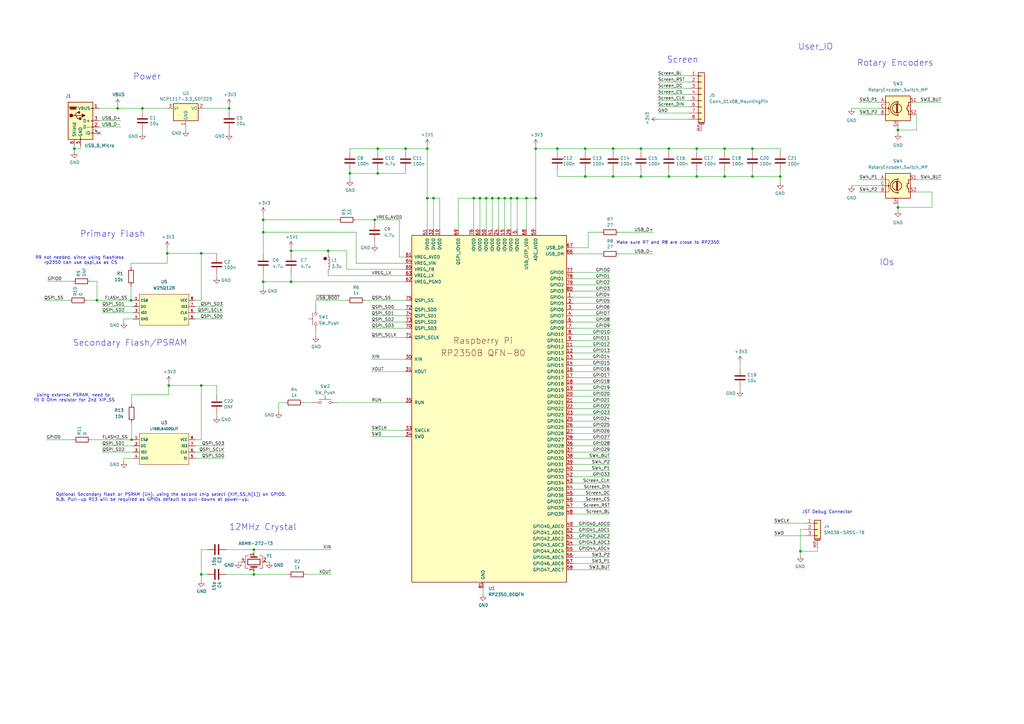
<source format=kicad_sch>
(kicad_sch (version 20250114) (generator "eeschema") (generator_version "9.0")
  (paper "A3")
  (title_block (title "RP2350B QFN80 Board w/ Screen and Rotary Encoders") (date "2025-08-23") (rev "REV1") (company "Kirill Kobyakov"))
  (circle (center 133.35 106.045) (radius 0.635) (stroke (width 0) (color 132 0 0 1)) (fill (type color) (color 132 0 0 1)))
  (text "Optional Secondary flash or PSRAM (U4), using the second chip select (XIP_SS_N[1]) on GPIO0.\nN.B. Pull-up R13 will be required as GPIOs default to pull-downs at power-up." (at 22.86 205.74 0) (effects (font (size 1.27 1.27)) (justify left bottom)))
  (text "IOs" (at 360.68 109.22 0) (effects (font (size 2.54 2.54)) (justify left bottom)))
  (text "Rotary Encoders" (at 351.4594 27.3936 0) (effects (font (size 2.54 2.54)) (justify left bottom)))
  (text "R9 not needed, since using flashless \nrp2350 can use qspi_ss as CS\n" (at 33.1165 106.7761 0) (effects (font (size 1.27 1.27))))
  (text "12MHz Crystal" (at 93.98 217.805 0) (effects (font (size 2.54 2.54)) (justify left bottom)))
  (text "Primary Flash" (at 32.7866 97.5684 0) (effects (font (size 2.54 2.54)) (justify left bottom)))
  (text "JST Debug Connector" (at 328.93 210.82 0) (effects (font (size 1.27 1.27)) (justify left bottom)))
  (text "Make sure R7 and R8 are close to RP2350\n" (at 252.73 100.33 0) (effects (font (size 1.27 1.27)) (justify left bottom)))
  (text "Secondary Flash/PSRAM" (at 29.845 142.24 0) (effects (font (size 2.54 2.54)) (justify left bottom)))
  (text "Screen" (at 273.4439 26.0983 0) (effects (font (size 2.54 2.54)) (justify left bottom)))
  (text "User_IO\n" (at 327.2859 20.7446 0) (effects (font (size 2.54 2.54)) (justify left bottom)))
  (text "Power" (at 54.61 33.02 0) (effects (font (size 2.54 2.54)) (justify left bottom)))
  (text "Using external PSRAM, need to \nfit 0 Ohm resistor for 2nd XIP_SS" (at 30.48 163.195 0) (effects (font (size 1.27 1.27))))
  (junction (at 119.38 115.57))
  (junction (at 297.18 60.96))
  (junction (at 107.95 115.57))
  (junction (at 219.71 81.28))
  (junction (at 194.31 81.28))
  (junction (at 320.04 72.39))
  (junction (at 175.26 81.28))
  (junction (at 154.94 71.12))
  (junction (at 219.71 60.96))
  (junction (at 368.3 85.09))
  (junction (at 196.85 81.28))
  (junction (at 48.26 44.45))
  (junction (at 368.3 53.34))
  (junction (at 30.48 60.96))
  (junction (at 82.55 235.585))
  (junction (at 69.215 158.115))
  (junction (at 251.46 72.39))
  (junction (at 262.89 72.39))
  (junction (at 209.55 81.28))
  (junction (at 154.94 60.96))
  (junction (at 207.01 81.28))
  (junction (at 228.6 60.96))
  (junction (at 308.61 72.39))
  (junction (at 53.975 180.34))
  (junction (at 107.95 90.17))
  (junction (at 82.55 158.115))
  (junction (at 68.58 103.9184))
  (junction (at 285.75 72.39))
  (junction (at 204.47 81.28))
  (junction (at 240.03 60.96))
  (junction (at 199.39 81.28))
  (junction (at 262.89 60.96))
  (junction (at 153.67 90.17))
  (junction (at 175.26 60.96))
  (junction (at 212.09 81.28))
  (junction (at 297.18 72.39))
  (junction (at 308.61 60.96))
  (junction (at 104.14 225.425))
  (junction (at 58.42 44.45))
  (junction (at 166.37 60.96))
  (junction (at 240.03 72.39))
  (junction (at 104.14 235.585))
  (junction (at 274.32 60.96))
  (junction (at 134.62 102.87))
  (junction (at 274.32 72.39))
  (junction (at 39.7716 123.19))
  (junction (at 177.8 81.28))
  (junction (at 285.75 60.96))
  (junction (at 215.9 81.28))
  (junction (at 82.55 103.9184))
  (junction (at 53.7416 123.19))
  (junction (at 119.38 102.87))
  (junction (at 93.98 44.45))
  (junction (at 328.295 226.06))
  (junction (at 251.46 60.96))
  (junction (at 201.93 81.28))
  (junction (at 143.51 71.12))
  (junction (at 107.95 95.25))
  (no_connect (at 40.64 54.61))
  (wire (pts (xy 234.95 139.7) (xy 250.19 139.7)))
  (wire (pts (xy 107.95 111.76) (xy 107.95 115.57)))
  (wire (pts (xy 375.92 46.99) (xy 375.92 53.34)))
  (wire (pts (xy 234.95 132.08) (xy 250.19 132.08)))
  (wire (pts (xy 154.94 60.96) (xy 166.37 60.96)))
  (wire (pts (xy 107.95 95.25) (xy 146.05 95.25)))
  (wire (pts (xy 93.98 44.45) (xy 93.98 43.18)))
  (wire (pts (xy 330.2 217.17) (xy 328.295 217.17)))
  (wire (pts (xy 274.32 62.23) (xy 274.32 60.96)))
  (wire (pts (xy 274.32 69.85) (xy 274.32 72.39)))
  (wire (pts (xy 234.95 129.54) (xy 250.19 129.54)))
  (wire (pts (xy 368.3 85.09) (xy 368.3 86.36)))
  (wire (pts (xy 107.95 115.57) (xy 107.95 118.11)))
  (wire (pts (xy 228.6 60.96) (xy 240.03 60.96)))
  (wire (pts (xy 53.975 161.925) (xy 53.975 165.735)))
  (wire (pts (xy 207.01 81.28) (xy 209.55 81.28)))
  (wire (pts (xy 154.94 62.23) (xy 154.94 60.96)))
  (wire (pts (xy 166.37 138.43) (xy 152.4 138.43)))
  (wire (pts (xy 352.425 78.74) (xy 360.68 78.74)))
  (wire (pts (xy 154.94 71.12) (xy 166.37 71.12)))
  (wire (pts (xy 35.809 123.19) (xy 39.7716 123.19)))
  (wire (pts (xy 30.48 59.69) (xy 30.48 60.96)))
  (wire (pts (xy 88.9 158.115) (xy 82.55 158.115)))
  (wire (pts (xy 382.27 78.74) (xy 382.27 85.09)))
  (wire (pts (xy 143.51 69.85) (xy 143.51 71.12)))
  (wire (pts (xy 368.3 53.34) (xy 375.92 53.34)))
  (wire (pts (xy 48.26 43.18) (xy 48.26 44.45)))
  (wire (pts (xy 234.95 101.6) (xy 241.3 101.6)))
  (wire (pts (xy 80.01 182.88) (xy 92.075 182.88)))
  (wire (pts (xy 234.95 233.68) (xy 250.19 233.68)))
  (wire (pts (xy 368.3 53.34) (xy 368.3 54.61)))
  (wire (pts (xy 234.95 231.14) (xy 250.19 231.14)))
  (wire (pts (xy 285.75 62.23) (xy 285.75 60.96)))
  (wire (pts (xy 166.37 176.53) (xy 152.4 176.53)))
  (wire (pts (xy 352.425 46.99) (xy 360.68 46.99)))
  (wire (pts (xy 234.95 218.44) (xy 250.19 218.44)))
  (wire (pts (xy 92.71 235.585) (xy 104.14 235.585)))
  (wire (pts (xy 142.24 102.87) (xy 134.62 102.87)))
  (wire (pts (xy 262.89 62.23) (xy 262.89 60.96)))
  (wire (pts (xy 146.05 90.17) (xy 153.67 90.17)))
  (wire (pts (xy 107.95 90.17) (xy 138.43 90.17)))
  (wire (pts (xy 262.89 69.85) (xy 262.89 72.39)))
  (wire (pts (xy 153.67 90.17) (xy 163.83 90.17)))
  (wire (pts (xy 234.95 111.76) (xy 250.19 111.76)))
  (wire (pts (xy 234.95 198.12) (xy 250.19 198.12)))
  (wire (pts (xy 199.39 93.98) (xy 199.39 81.28)))
  (wire (pts (xy 33.02 59.69) (xy 33.02 60.96)))
  (wire (pts (xy 234.95 185.42) (xy 250.19 185.42)))
  (wire (pts (xy 219.71 81.28) (xy 219.71 93.98)))
  (wire (pts (xy 129.54 123.19) (xy 129.54 125.73)))
  (wire (pts (xy 212.09 81.28) (xy 212.09 93.98)))
  (wire (pts (xy 53.7416 117.2534) (xy 53.7416 123.19)))
  (wire (pts (xy 328.295 226.06) (xy 328.295 227.965)))
  (wire (pts (xy 187.96 93.98) (xy 187.96 81.28)))
  (wire (pts (xy 19.4516 115.3484) (xy 29.6116 115.3484)))
  (wire (pts (xy 297.18 60.96) (xy 308.61 60.96)))
  (wire (pts (xy 308.61 72.39) (xy 297.18 72.39)))
  (wire (pts (xy 282.575 38.735) (xy 269.8595 38.735)))
  (wire (pts (xy 201.93 81.28) (xy 204.47 81.28)))
  (wire (pts (xy 40.64 52.07) (xy 49.53 52.07)))
  (wire (pts (xy 234.95 160.02) (xy 250.19 160.02)))
  (wire (pts (xy 274.32 72.39) (xy 262.89 72.39)))
  (wire (pts (xy 308.61 69.85) (xy 308.61 72.39)))
  (wire (pts (xy 175.26 60.96) (xy 175.26 81.28)))
  (wire (pts (xy 196.85 81.28) (xy 199.39 81.28)))
  (wire (pts (xy 146.05 95.25) (xy 146.05 107.95)))
  (wire (pts (xy 53.975 161.925) (xy 69.215 161.925)))
  (wire (pts (xy 234.95 142.24) (xy 250.19 142.24)))
  (wire (pts (xy 201.93 93.98) (xy 201.93 81.28)))
  (wire (pts (xy 109.22 230.505) (xy 110.49 230.505)))
  (wire (pts (xy 199.39 81.28) (xy 201.93 81.28)))
  (wire (pts (xy 58.42 45.72) (xy 58.42 44.45)))
  (wire (pts (xy 234.95 180.34) (xy 250.19 180.34)))
  (wire (pts (xy 54.61 182.88) (xy 41.91 182.88)))
  (wire (pts (xy 116.84 165.1) (xy 114.3 165.1)))
  (wire (pts (xy 274.32 60.96) (xy 285.75 60.96)))
  (wire (pts (xy 240.03 60.96) (xy 251.46 60.96)))
  (wire (pts (xy 107.95 115.57) (xy 119.38 115.57)))
  (wire (pts (xy 234.95 157.48) (xy 250.19 157.48)))
  (wire (pts (xy 134.62 113.03) (xy 166.37 113.03)))
  (wire (pts (xy 240.03 69.85) (xy 240.03 72.39)))
  (wire (pts (xy 80.01 125.73) (xy 91.44 125.73)))
  (wire (pts (xy 85.09 235.585) (xy 82.55 235.585)))
  (wire (pts (xy 234.95 134.62) (xy 250.19 134.62)))
  (wire (pts (xy 234.95 182.88) (xy 250.19 182.88)))
  (wire (pts (xy 119.38 101.6) (xy 119.38 102.87)))
  (wire (pts (xy 149.86 123.19) (xy 166.37 123.19)))
  (wire (pts (xy 143.51 62.23) (xy 143.51 60.96)))
  (wire (pts (xy 153.67 100.33) (xy 153.67 99.06)))
  (wire (pts (xy 134.62 113.03) (xy 134.62 111.76)))
  (wire (pts (xy 53.7416 109.6334) (xy 53.7416 107.95)))
  (wire (pts (xy 50.8 187.96) (xy 54.61 187.96)))
  (wire (pts (xy 352.425 41.91) (xy 360.68 41.91)))
  (wire (pts (xy 153.67 90.17) (xy 153.67 91.44)))
  (wire (pts (xy 282.575 36.195) (xy 269.8595 36.195)))
  (wire (pts (xy 209.55 81.28) (xy 212.09 81.28)))
  (wire (pts (xy 234.95 193.04) (xy 250.19 193.04)))
  (wire (pts (xy 82.55 235.585) (xy 82.55 238.125)))
  (wire (pts (xy 234.95 154.94) (xy 250.19 154.94)))
  (wire (pts (xy 254 104.14) (xy 267.97 104.14)))
  (wire (pts (xy 175.26 81.28) (xy 175.26 93.98)))
  (wire (pts (xy 142.24 110.49) (xy 142.24 102.87)))
  (wire (pts (xy 234.95 203.2) (xy 250.19 203.2)))
  (wire (pts (xy 97.79 230.505) (xy 99.06 230.505)))
  (wire (pts (xy 234.95 215.9) (xy 250.19 215.9)))
  (wire (pts (xy 234.95 116.84) (xy 250.19 116.84)))
  (wire (pts (xy 375.92 73.66) (xy 386.08 73.66)))
  (wire (pts (xy 234.95 175.26) (xy 250.19 175.26)))
  (wire (pts (xy 37.2316 115.3484) (xy 39.7716 115.3484)))
  (wire (pts (xy 234.95 124.46) (xy 250.19 124.46)))
  (wire (pts (xy 82.55 158.115) (xy 82.55 180.34)))
  (wire (pts (xy 48.26 44.45) (xy 58.42 44.45)))
  (wire (pts (xy 82.55 123.19) (xy 82.55 103.9184)))
  (wire (pts (xy 282.575 46.355) (xy 269.8595 46.355)))
  (wire (pts (xy 92.075 185.42) (xy 80.01 185.42)))
  (wire (pts (xy 368.3 83.82) (xy 368.3 85.09)))
  (wire (pts (xy 143.51 71.12) (xy 143.51 73.66)))
  (wire (pts (xy 204.47 81.28) (xy 207.01 81.28)))
  (wire (pts (xy 234.95 127) (xy 250.19 127)))
  (wire (pts (xy 83.82 44.45) (xy 93.98 44.45)))
  (wire (pts (xy 154.94 69.85) (xy 154.94 71.12)))
  (wire (pts (xy 308.61 60.96) (xy 320.04 60.96)))
  (wire (pts (xy 251.46 62.23) (xy 251.46 60.96)))
  (wire (pts (xy 68.58 103.9184) (xy 68.58 107.95)))
  (wire (pts (xy 92.71 225.425) (xy 104.14 225.425)))
  (wire (pts (xy 54.61 128.27) (xy 41.91 128.27)))
  (wire (pts (xy 152.4 147.32) (xy 166.37 147.32)))
  (wire (pts (xy 198.12 241.3) (xy 198.12 243.84)))
  (wire (pts (xy 152.4 132.08) (xy 166.37 132.08)))
  (wire (pts (xy 82.55 225.425) (xy 82.55 235.585)))
  (wire (pts (xy 58.42 53.34) (xy 58.42 54.61)))
  (wire (pts (xy 180.34 81.28) (xy 180.34 93.98)))
  (wire (pts (xy 194.31 93.98) (xy 194.31 81.28)))
  (wire (pts (xy 143.51 60.96) (xy 154.94 60.96)))
  (wire (pts (xy 234.95 152.4) (xy 250.19 152.4)))
  (wire (pts (xy 91.44 128.27) (xy 80.01 128.27)))
  (wire (pts (xy 68.58 103.9184) (xy 82.55 103.9184)))
  (wire (pts (xy 234.95 190.5) (xy 250.19 190.5)))
  (wire (pts (xy 282.575 31.115) (xy 269.8595 31.115)))
  (wire (pts (xy 320.04 62.23) (xy 320.04 60.96)))
  (wire (pts (xy 152.4 127) (xy 166.37 127)))
  (wire (pts (xy 68.58 101.6) (xy 68.58 103.9184)))
  (wire (pts (xy 241.3 95.25) (xy 241.3 101.6)))
  (wire (pts (xy 39.7716 123.19) (xy 53.7416 123.19)))
  (wire (pts (xy 50.8 187.96) (xy 50.8 189.23)))
  (wire (pts (xy 297.18 69.85) (xy 297.18 72.39)))
  (wire (pts (xy 219.71 59.69) (xy 219.71 60.96)))
  (wire (pts (xy 297.18 62.23) (xy 297.18 60.96)))
  (wire (pts (xy 152.4 129.54) (xy 166.37 129.54)))
  (wire (pts (xy 282.575 43.815) (xy 269.8595 43.815)))
  (wire (pts (xy 69.215 158.115) (xy 69.215 161.925)))
  (wire (pts (xy 152.4 134.62) (xy 166.37 134.62)))
  (wire (pts (xy 104.14 234.315) (xy 104.14 235.585)))
  (wire (pts (xy 308.61 62.23) (xy 308.61 60.96)))
  (wire (pts (xy 335.28 224.79) (xy 335.28 226.06)))
  (wire (pts (xy 251.46 60.96) (xy 262.89 60.96)))
  (wire (pts (xy 124.46 165.1) (xy 128.27 165.1)))
  (wire (pts (xy 82.55 123.19) (xy 80.01 123.19)))
  (wire (pts (xy 320.04 72.39) (xy 308.61 72.39)))
  (wire (pts (xy 88.9 104.775) (xy 88.9 103.9184)))
  (wire (pts (xy 234.95 170.18) (xy 250.19 170.18)))
  (wire (pts (xy 303.53 148.59) (xy 303.53 151.13)))
  (wire (pts (xy 166.37 60.96) (xy 175.26 60.96)))
  (wire (pts (xy 53.7416 107.95) (xy 68.58 107.95)))
  (wire (pts (xy 285.75 60.96) (xy 297.18 60.96)))
  (wire (pts (xy 368.3 52.07) (xy 368.3 53.34)))
  (wire (pts (xy 119.38 115.57) (xy 166.37 115.57)))
  (wire (pts (xy 50.8 130.81) (xy 54.61 130.81)))
  (wire (pts (xy 297.18 72.39) (xy 285.75 72.39)))
  (wire (pts (xy 234.95 220.98) (xy 250.19 220.98)))
  (wire (pts (xy 219.71 60.96) (xy 228.6 60.96)))
  (wire (pts (xy 119.38 111.76) (xy 119.38 115.57)))
  (wire (pts (xy 33.02 60.96) (xy 30.48 60.96)))
  (wire (pts (xy 163.83 90.17) (xy 163.83 105.41)))
  (wire (pts (xy 285.75 69.85) (xy 285.75 72.39)))
  (wire (pts (xy 53.975 173.355) (xy 53.975 180.34)))
  (wire (pts (xy 166.37 179.07) (xy 152.4 179.07)))
  (wire (pts (xy 82.55 158.115) (xy 69.215 158.115)))
  (wire (pts (xy 328.295 217.17) (xy 328.295 226.06)))
  (wire (pts (xy 241.3 95.25) (xy 246.38 95.25)))
  (wire (pts (xy 349.25 76.2) (xy 360.68 76.2)))
  (wire (pts (xy 282.575 41.275) (xy 269.8595 41.275)))
  (wire (pts (xy 234.95 223.52) (xy 250.19 223.52)))
  (wire (pts (xy 234.95 162.56) (xy 250.19 162.56)))
  (wire (pts (xy 142.24 123.19) (xy 129.54 123.19)))
  (wire (pts (xy 19.05 180.34) (xy 29.845 180.34)))
  (wire (pts (xy 177.8 81.28) (xy 180.34 81.28)))
  (wire (pts (xy 104.14 235.585) (xy 118.11 235.585)))
  (wire (pts (xy 317.5 214.63) (xy 330.2 214.63)))
  (wire (pts (xy 69.215 156.845) (xy 69.215 158.115)))
  (wire (pts (xy 163.83 105.41) (xy 166.37 105.41)))
  (wire (pts (xy 196.85 93.98) (xy 196.85 81.28)))
  (wire (pts (xy 129.54 135.89) (xy 129.54 137.795)))
  (wire (pts (xy 269.875 48.895) (xy 282.575 48.895)))
  (wire (pts (xy 251.46 69.85) (xy 251.46 72.39)))
  (wire (pts (xy 85.09 225.425) (xy 82.55 225.425)))
  (wire (pts (xy 234.95 210.82) (xy 250.19 210.82)))
  (wire (pts (xy 328.295 226.06) (xy 335.28 226.06)))
  (wire (pts (xy 39.7716 115.3484) (xy 39.7716 123.19)))
  (wire (pts (xy 254 95.25) (xy 267.97 95.25)))
  (wire (pts (xy 234.95 172.72) (xy 250.19 172.72)))
  (wire (pts (xy 209.55 93.98) (xy 209.55 81.28)))
  (wire (pts (xy 175.26 59.69) (xy 175.26 60.96)))
  (wire (pts (xy 107.95 90.17) (xy 107.95 95.25)))
  (wire (pts (xy 234.95 167.64) (xy 250.19 167.64)))
  (wire (pts (xy 119.38 102.87) (xy 134.62 102.87)))
  (wire (pts (xy 215.9 93.98) (xy 215.9 81.28)))
  (wire (pts (xy 320.04 72.39) (xy 320.04 74.93)))
  (wire (pts (xy 215.9 81.28) (xy 219.71 81.28)))
  (wire (pts (xy 212.09 81.28) (xy 215.9 81.28)))
  (wire (pts (xy 234.95 195.58) (xy 250.19 195.58)))
  (wire (pts (xy 251.46 72.39) (xy 240.03 72.39)))
  (wire (pts (xy 262.89 72.39) (xy 251.46 72.39)))
  (wire (pts (xy 104.14 225.425) (xy 135.89 225.425)))
  (wire (pts (xy 234.95 137.16) (xy 250.19 137.16)))
  (wire (pts (xy 18.0936 123.19) (xy 28.189 123.19)))
  (wire (pts (xy 107.95 87.63) (xy 107.95 90.17)))
  (wire (pts (xy 134.62 102.87) (xy 134.62 104.14)))
  (wire (pts (xy 194.31 81.28) (xy 196.85 81.28)))
  (wire (pts (xy 234.95 205.74) (xy 250.19 205.74)))
  (wire (pts (xy 204.47 93.98) (xy 204.47 81.28)))
  (wire (pts (xy 234.95 208.28) (xy 250.19 208.28)))
  (wire (pts (xy 53.975 180.34) (xy 54.61 180.34)))
  (wire (pts (xy 228.6 62.23) (xy 228.6 60.96)))
  (wire (pts (xy 76.2 52.07) (xy 76.2 53.34)))
  (wire (pts (xy 234.95 187.96) (xy 250.19 187.96)))
  (wire (pts (xy 234.95 177.8) (xy 250.19 177.8)))
  (wire (pts (xy 40.64 49.53) (xy 49.53 49.53)))
  (wire (pts (xy 166.37 62.23) (xy 166.37 60.96)))
  (wire (pts (xy 349.25 44.45) (xy 360.68 44.45)))
  (wire (pts (xy 234.95 119.38) (xy 250.19 119.38)))
  (wire (pts (xy 234.95 149.86) (xy 250.19 149.86)))
  (wire (pts (xy 234.95 165.1) (xy 250.19 165.1)))
  (wire (pts (xy 93.98 45.72) (xy 93.98 44.45)))
  (wire (pts (xy 285.75 72.39) (xy 274.32 72.39)))
  (wire (pts (xy 234.95 121.92) (xy 250.19 121.92)))
  (wire (pts (xy 143.51 71.12) (xy 154.94 71.12)))
  (wire (pts (xy 368.3 85.09) (xy 382.27 85.09)))
  (wire (pts (xy 187.96 81.28) (xy 194.31 81.28)))
  (wire (pts (xy 53.7416 123.19) (xy 54.61 123.19)))
  (wire (pts (xy 234.95 200.66) (xy 250.19 200.66)))
  (wire (pts (xy 82.55 103.9184) (xy 88.9 103.9184)))
  (wire (pts (xy 146.05 107.95) (xy 166.37 107.95)))
  (wire (pts (xy 40.64 44.45) (xy 48.26 44.45)))
  (wire (pts (xy 177.8 81.28) (xy 175.26 81.28)))
  (wire (pts (xy 68.58 44.45) (xy 58.42 44.45)))
  (wire (pts (xy 207.01 81.28) (xy 207.01 93.98)))
  (wire (pts (xy 166.37 110.49) (xy 142.24 110.49)))
  (wire (pts (xy 375.92 41.91) (xy 386.08 41.91)))
  (wire (pts (xy 88.9 161.925) (xy 88.9 158.115)))
  (wire (pts (xy 50.8 130.81) (xy 50.8 132.08)))
  (wire (pts (xy 317.5 219.71) (xy 330.2 219.71)))
  (wire (pts (xy 30.48 60.96) (xy 30.48 62.23)))
  (wire (pts (xy 93.98 53.34) (xy 93.98 54.61)))
  (wire (pts (xy 240.03 62.23) (xy 240.03 60.96)))
  (wire (pts (xy 88.9 169.545) (xy 88.9 170.815)))
  (wire (pts (xy 54.61 185.42) (xy 41.91 185.42)))
  (wire (pts (xy 234.95 104.14) (xy 246.38 104.14)))
  (wire (pts (xy 240.03 72.39) (xy 228.6 72.39)))
  (wire (pts (xy 114.3 165.1) (xy 114.3 168.91)))
  (wire (pts (xy 228.6 69.85) (xy 228.6 72.39)))
  (wire (pts (xy 104.14 226.695) (xy 104.14 225.425)))
  (wire (pts (xy 219.71 60.96) (xy 219.71 81.28)))
  (wire (pts (xy 119.38 104.14) (xy 119.38 102.87)))
  (wire (pts (xy 234.95 144.78) (xy 250.19 144.78)))
  (wire (pts (xy 234.95 114.3) (xy 250.19 114.3)))
  (wire (pts (xy 234.95 226.06) (xy 250.19 226.06)))
  (wire (pts (xy 80.01 180.34) (xy 82.55 180.34)))
  (wire (pts (xy 303.53 158.75) (xy 303.53 160.02)))
  (wire (pts (xy 125.73 235.585) (xy 135.89 235.585)))
  (wire (pts (xy 352.425 73.66) (xy 360.68 73.66)))
  (wire (pts (xy 382.27 78.74) (xy 375.92 78.74)))
  (wire (pts (xy 234.95 228.6) (xy 250.19 228.6)))
  (wire (pts (xy 80.01 130.81) (xy 91.44 130.81)))
  (wire (pts (xy 80.01 187.96) (xy 92.075 187.96)))
  (wire (pts (xy 262.89 60.96) (xy 274.32 60.96)))
  (wire (pts (xy 166.37 152.4) (xy 152.4 152.4)))
  (wire (pts (xy 282.575 33.655) (xy 269.8595 33.655)))
  (wire (pts (xy 54.61 125.73) (xy 41.91 125.73)))
  (wire (pts (xy 166.37 71.12) (xy 166.37 69.85)))
  (wire (pts (xy 107.95 95.25) (xy 107.95 104.14)))
  (wire (pts (xy 177.8 93.98) (xy 177.8 81.28)))
  (wire (pts (xy 138.43 165.1) (xy 166.37 165.1)))
  (wire (pts (xy 320.04 69.85) (xy 320.04 72.39)))
  (wire (pts (xy 37.465 180.34) (xy 53.975 180.34)))
  (wire (pts (xy 88.9 112.395) (xy 88.9 113.665)))
  (wire (pts (xy 234.95 147.32) (xy 250.19 147.32)))
  (label "XIN" (at 152.4 147.32 0))
  (label "SW3_P2" (at 352.425 46.99 0))
  (label "USB_D+" (at 267.97 95.25 180))
  (label "GPIO33" (at 250.19 195.58 180))
  (label "GPIO40_ADC0" (at 250.19 215.9 180))
  (label "SW3_P2" (at 250.19 228.6 180))
  (label "SW3_BUT" (at 386.08 41.91 180))
  (label "Screen_DIN" (at 269.8595 43.815 0))
  (label "GPIO26" (at 250.19 177.8 180))
  (label "Screen_CLK" (at 250.19 198.12 180))
  (label "GPIO41_ADC1" (at 250.19 218.44 180))
  (label "Screen_CLK" (at 269.8595 41.275 0))
  (label "SW4_P2" (at 250.19 190.5 180))
  (label "XOUT" (at 152.4 152.4 0))
  (label "GPIO18" (at 250.19 157.48 180))
  (label "FLASH2_SS" (at 41.91 180.34 0))
  (label "~{USB_BOOT}" (at 129.54 123.19 0))
  (label "SW4_BUT" (at 250.19 187.96 180))
  (label "GPIO12" (at 250.19 142.24 180))
  (label "GPIO8" (at 250.19 132.08 180))
  (label "QSPI_SD2" (at 41.91 128.27 0))
  (label "Screen_BL" (at 250.19 210.82 180))
  (label "GPIO3" (at 250.19 119.38 180))
  (label "Screen_CS" (at 269.8595 38.735 0))
  (label "GPIO0" (at 19.4516 115.3484 0))
  (label "Screen_RST" (at 250.19 208.28 180))
  (label "GPIO13" (at 250.19 144.78 180))
  (label "GPIO2" (at 250.19 116.84 180))
  (label "GPIO28" (at 250.19 182.88 180))
  (label "XIN" (at 135.89 225.425 180))
  (label "RUN" (at 152.4 165.1 0))
  (label "GPIO16" (at 250.19 152.4 180))
  (label "SWD" (at 317.5 219.71 0))
  (label "Screen_DC" (at 269.8595 36.195 0))
  (label "QSPI_SD0" (at 152.4 127 0))
  (label "GPIO5" (at 250.19 124.46 180))
  (label "SW3_P1" (at 352.425 41.91 0))
  (label "QSPI_SD0" (at 91.44 130.81 180))
  (label "GPIO43_ADC3" (at 250.19 223.52 180))
  (label "QSPI_SS" (at 152.4 123.19 0))
  (label "GPIO27" (at 250.19 180.34 180))
  (label "SWCLK" (at 152.4 176.53 0))
  (label "GPIO1" (at 250.19 114.3 180))
  (label "GPIO21" (at 250.19 165.1 180))
  (label "QSPI_SD2" (at 41.91 185.42 0))
  (label "SW4_P1" (at 250.19 193.04 180))
  (label "SW3_BUT" (at 250.19 233.68 180))
  (label "GPIO29" (at 250.19 185.42 180))
  (label "GPIO20" (at 250.19 162.56 180))
  (label "GND" (at 269.8595 46.355 0))
  (label "GPIO7" (at 250.19 129.54 180))
  (label "Screen_RST" (at 269.8595 33.655 0))
  (label "QSPI_SD3" (at 91.44 125.73 180))
  (label "XOUT" (at 135.89 235.585 180))
  (label "GPIO17" (at 250.19 154.94 180))
  (label "SW4_P1" (at 352.425 73.66 0))
  (label "GPIO23" (at 250.19 170.18 180))
  (label "QSPI_SS" (at 18.0936 123.19 0))
  (label "QSPI_SD0" (at 92.075 187.96 180))
  (label "QSPI_SD2" (at 152.4 132.08 0))
  (label "SW4_BUT" (at 386.08 73.66 180))
  (label "FLASH_SS" (at 42.9466 123.19 0))
  (label "USB_D+" (at 49.53 49.53 180))
  (label "VREG_LX" (at 152.4 113.03 0))
  (label "GPIO6" (at 250.19 127 180))
  (label "GPIO25" (at 250.19 175.26 180))
  (label "GPIO42_ADC2" (at 250.19 220.98 180))
  (label "USB_D-" (at 267.97 104.14 180))
  (label "GPIO10" (at 250.19 137.16 180))
  (label "QSPI_SCLK" (at 92.075 185.42 180))
  (label "GPIO0" (at 250.19 111.76 180))
  (label "Screen_BL" (at 269.8595 31.115 0))
  (label "QSPI_SD1" (at 41.91 182.88 0))
  (label "GPIO14" (at 250.19 147.32 180))
  (label "VREG_AVDD" (at 154.305 90.17 0))
  (label "USB_D-" (at 49.53 52.07 180))
  (label "GPIO15" (at 250.19 149.86 180))
  (label "GPIO9" (at 250.19 134.62 180))
  (label "QSPI_SD1" (at 152.4 129.54 0))
  (label "SW4_P2" (at 352.425 78.74 0))
  (label "GPIO44_ADC4" (at 250.19 226.06 180))
  (label "SWCLK" (at 317.5 214.63 0))
  (label "QSPI_SD3" (at 92.075 182.88 180))
  (label "QSPI_SCLK" (at 152.4 138.43 0))
  (label "QSPI_SCLK" (at 91.44 128.27 180))
  (label "GPIO24" (at 250.19 172.72 180))
  (label "Screen_CS" (at 250.19 205.74 180))
  (label "SW3_P1" (at 250.19 231.14 180))
  (label "GPIO0" (at 19.05 180.34 0))
  (label "GPIO22" (at 250.19 167.64 180))
  (label "GPIO11" (at 250.19 139.7 180))
  (label "QSPI_SD1" (at 41.91 125.73 0))
  (label "SWD" (at 152.4 179.07 0))
  (label "GPIO4" (at 250.19 121.92 180))
  (label "Screen_DC" (at 250.19 203.2 180))
  (label "Screen_DIN" (at 250.19 200.66 180))
  (label "QSPI_SD3" (at 152.4 134.62 0))
  (label "GPIO19" (at 250.19 160.02 180))
  (symbol (lib_id "Device:C") (at 88.9 225.425 270) (unit 1)
    (property "Reference" "C3" (at 90.0684 228.346 0) (effects (justify left)))
    (property "Value" "15p" (at 87.757 228.346 0) (effects (justify left)))
    (property "Footprint" "Capacitor_SMD:C_0402_1005Metric" (effects (hide yes)))
  )
  (symbol (lib_id "Device:C") (at 88.9 235.585 270) (unit 1)
    (property "Reference" "C4" (at 90.0684 238.506 0) (effects (justify left)))
    (property "Value" "15p" (at 87.757 238.506 0) (effects (justify left)))
    (property "Footprint" "Capacitor_SMD:C_0402_1005Metric" (effects (hide yes)))
  )
  (symbol (lib_id "power:GND") (at 82.55 238.125 0) (unit 1)
    (property "Reference" "#PWR08" (effects (hide yes)))
    (property "Value" "GND" (at 82.677 242.5192 0))
  )
  (symbol (lib_id "power:+3V3") (at 68.58 101.6 0) (unit 1)
    (property "Reference" "#PWR04" (effects (hide yes)))
    (property "Value" "+3V3" (at 68.961 97.2058 0))
  )
  (symbol (lib_id "power:GND") (at 50.8 132.08 0) (unit 1)
    (property "Reference" "#PWR05" (effects (hide yes)))
    (property "Value" "GND" (at 46.99 133.35 0))
  )
  (symbol (lib_id "Device:R") (at 53.7416 113.4434 0) (mirror y) (unit 1)
    (property "Reference" "R1" (at 50.5666 112.1734 0) (effects (justify left)))
    (property "Value" "10k" (at 50.5666 114.7134 0) (effects (justify left)))
    (property "Footprint" "Resistor_SMD:R_0402_1005Metric" (effects (hide yes)))
  )
  (symbol (lib_id "Device:C") (at 88.9 108.585 0) (unit 1)
    (property "Reference" "C2" (at 91.821 107.4166 0) (effects (justify left)))
    (property "Value" "100n" (at 91.821 109.728 0) (effects (justify left)))
    (property "Footprint" "Capacitor_SMD:C_0402_1005Metric" (effects (hide yes)))
  )
  (symbol (lib_id "power:GND") (at 88.9 113.665 0) (unit 1)
    (property "Reference" "#PWR06" (effects (hide yes)))
    (property "Value" "GND" (at 92.71 114.935 0))
  )
  (symbol (lib_id "Connector:USB_B_Micro") (at 33.02 49.53 0) (unit 1)
    (property "Reference" "J1" (at 29.21 39.37 0) (effects (justify right)))
    (property "Value" "USB_B_Micro" (at 46.99 59.69 0) (effects (justify right)))
    (property "Footprint" "Connector_USB:USB_Micro-B_Amphenol_10103594-0001LF_Horizontal" (effects (hide yes)))
  )
  (symbol (lib_id "power:GND") (at 198.12 243.84 0) (unit 1)
    (property "Reference" "#PWR021" (effects (hide yes)))
    (property "Value" "GND" (at 198.247 248.2342 0))
  )
  (symbol (lib_id "Device:R") (at 250.19 95.25 270) (unit 1)
    (property "Reference" "R7" (at 250.19 89.9922 90))
    (property "Value" "27" (at 250.19 92.3036 90))
    (property "Footprint" "Resistor_SMD:R_0402_1005Metric" (effects (hide yes)))
  )
  (symbol (lib_id "Device:R") (at 250.19 104.14 270) (unit 1)
    (property "Reference" "R8" (at 250.19 98.8822 90))
    (property "Value" "27" (at 250.19 101.1936 90))
    (property "Footprint" "Resistor_SMD:R_0402_1005Metric" (effects (hide yes)))
  )
  (symbol (lib_id "power:GND") (at 30.48 62.23 0) (unit 1)
    (property "Reference" "#PWR01" (effects (hide yes)))
    (property "Value" "GND" (at 30.607 66.6242 0))
  )
  (symbol (lib_id "power:+3V3") (at 219.71 59.69 0) (unit 1)
    (property "Reference" "#PWR022" (effects (hide yes)))
    (property "Value" "+3V3" (at 220.091 55.2958 0))
  )
  (symbol (lib_id "Device:C") (at 251.46 66.04 0) (unit 1)
    (property "Reference" "C14" (at 254.381 64.8716 0) (effects (justify left)))
    (property "Value" "100n" (at 254.381 67.183 0) (effects (justify left)))
    (property "Footprint" "Capacitor_SMD:C_0402_1005Metric" (effects (hide yes)))
  )
  (symbol (lib_id "Device:C") (at 262.89 66.04 0) (unit 1)
    (property "Reference" "C15" (at 265.811 64.8716 0) (effects (justify left)))
    (property "Value" "100n" (at 265.811 67.183 0) (effects (justify left)))
    (property "Footprint" "Capacitor_SMD:C_0402_1005Metric" (effects (hide yes)))
  )
  (symbol (lib_id "Device:C") (at 274.32 66.04 0) (unit 1)
    (property "Reference" "C16" (at 277.241 64.8716 0) (effects (justify left)))
    (property "Value" "100n" (at 277.241 67.183 0) (effects (justify left)))
    (property "Footprint" "Capacitor_SMD:C_0402_1005Metric" (effects (hide yes)))
  )
  (symbol (lib_id "Device:C") (at 285.75 66.04 0) (unit 1)
    (property "Reference" "C17" (at 288.671 64.8716 0) (effects (justify left)))
    (property "Value" "100n" (at 288.671 67.183 0) (effects (justify left)))
    (property "Footprint" "Capacitor_SMD:C_0402_1005Metric" (effects (hide yes)))
  )
  (symbol (lib_id "Device:C") (at 297.18 66.04 0) (unit 1)
    (property "Reference" "C18" (at 300.101 64.8716 0) (effects (justify left)))
    (property "Value" "100n" (at 300.101 67.183 0) (effects (justify left)))
    (property "Footprint" "Capacitor_SMD:C_0402_1005Metric" (effects (hide yes)))
  )
  (symbol (lib_id "Device:C") (at 308.61 66.04 0) (unit 1)
    (property "Reference" "C20" (at 311.531 64.8716 0) (effects (justify left)))
    (property "Value" "100n" (at 311.531 67.183 0) (effects (justify left)))
    (property "Footprint" "Capacitor_SMD:C_0402_1005Metric" (effects (hide yes)))
  )
  (symbol (lib_id "Regulator_Linear:NCP1117-3.3_SOT223") (at 76.2 44.45 0) (unit 1)
    (property "Reference" "U2" (at 76.2 38.3032 0))
    (property "Value" "NCP1117-3.3_SOT223" (at 76.2 40.6146 0))
    (property "Footprint" "Package_TO_SOT_SMD:SOT-223-3_TabPin2" (effects (hide yes)))
    (property "Datasheet" "http://www.onsemi.com/pub_link/Collateral/NCP1117-D.PDF" (effects (hide yes)))
  )
  (symbol (lib_id "power:VBUS") (at 48.26 43.18 0) (unit 1)
    (property "Reference" "#PWR02" (effects (hide yes)))
    (property "Value" "VBUS" (at 48.641 38.7858 0))
  )
  (symbol (lib_id "power:GND") (at 76.2 53.34 0) (unit 1)
    (property "Reference" "#PWR07" (effects (hide yes)))
    (property "Value" "GND" (at 72.39 54.61 0))
  )
  (symbol (lib_id "power:+3V3") (at 93.98 43.18 0) (unit 1)
    (property "Reference" "#PWR010" (effects (hide yes)))
    (property "Value" "+3V3" (at 94.361 38.7858 0))
  )
  (symbol (lib_id "Device:C") (at 58.42 49.53 0) (unit 1)
    (property "Reference" "C1" (at 61.341 48.3616 0) (effects (justify left)))
    (property "Value" "10u" (at 61.341 50.673 0) (effects (justify left)))
    (property "Footprint" "Capacitor_SMD:C_0805_2012Metric" (effects (hide yes)))
  )
  (symbol (lib_id "Device:C") (at 93.98 49.53 0) (unit 1)
    (property "Reference" "C5" (at 96.901 48.3616 0) (effects (justify left)))
    (property "Value" "10u" (at 96.901 50.673 0) (effects (justify left)))
    (property "Footprint" "Capacitor_SMD:C_0805_2012Metric" (effects (hide yes)))
  )
  (symbol (lib_id "power:GND") (at 58.42 54.61 0) (unit 1)
    (property "Reference" "#PWR03" (effects (hide yes)))
    (property "Value" "GND" (at 54.61 55.88 0))
  )
  (symbol (lib_id "power:GND") (at 93.98 54.61 0) (unit 1)
    (property "Reference" "#PWR011" (effects (hide yes)))
    (property "Value" "GND" (at 90.17 55.88 0))
  )
  (symbol (lib_id "Device:R") (at 121.92 235.585 270) (unit 1)
    (property "Reference" "R2" (at 121.92 230.3272 90))
    (property "Value" "1k" (at 121.92 232.6386 90))
    (property "Footprint" "Resistor_SMD:R_0402_1005Metric" (effects (hide yes)))
  )
  (symbol (lib_id "Device:Crystal_GND24") (at 104.14 230.505 270) (unit 1)
    (property "Reference" "Y1" (at 109.22 227.965 90) (effects (justify left)))
    (property "Value" "ABM8-272-T3" (at 97.79 222.885 90) (effects (justify left)))
    (property "Footprint" "Crystal:Crystal_SMD_3225-4Pin_3.2x2.5mm" (effects (hide yes)))
  )
  (symbol (lib_id "power:+3V3") (at 303.53 148.59 0) (unit 1)
    (property "Reference" "#PWR023" (effects (hide yes)))
    (property "Value" "+3V3" (at 303.911 144.1958 0))
  )
  (symbol (lib_id "Device:C") (at 303.53 154.94 0) (unit 1)
    (property "Reference" "C19" (at 306.451 153.7716 0) (effects (justify left)))
    (property "Value" "10u" (at 306.451 156.083 0) (effects (justify left)))
    (property "Footprint" "Capacitor_SMD:C_0805_2012Metric" (effects (hide yes)))
  )
  (symbol (lib_id "power:GND") (at 303.53 160.02 0) (unit 1)
    (property "Reference" "#PWR024" (effects (hide yes)))
    (property "Value" "GND" (at 299.72 161.29 0))
  )
  (symbol (lib_id "power:+3V3") (at 69.215 156.845 0) (unit 1)
    (property "Reference" "#PWR029" (effects (hide yes)))
    (property "Value" "+3V3" (at 69.596 152.4508 0))
  )
  (symbol (lib_id "Device:C") (at 88.9 165.735 0) (unit 1)
    (property "Reference" "C22" (at 91.821 164.5666 0) (effects (justify left)))
    (property "Value" "DNF" (at 91.821 166.878 0) (effects (justify left)))
    (property "Footprint" "Capacitor_SMD:C_0402_1005Metric" (effects (hide yes)))
  )
  (symbol (lib_id "Custom:8MB PSRAM, 2.7~3.6V, SOP-8") (at 67.31 185.42 0) (unit 1)
    (property "Reference" "U3" (at 67.31 173.355 0))
    (property "Value" "LY68L6400SLIT" (at 67.31 175.895 0) (effects (font (size 1.016 1.016))))
    (property "Footprint" "Package_SO:SOP-8_3.76x4.96mm_P1.27mm" (effects (hide yes)))
    (property "Datasheet" "https://jlcpcb.com/parts/componentSearch?searchTxt=psram" (effects (hide yes)))
    (property "Description" "8MB PSRAM" (effects (hide yes)))
    (property "LCSC" "C261881" (effects (hide yes)))
    (property "Memory Size" "8 MB" (effects (hide yes)))
  )
  (symbol (lib_id "power:GND") (at 129.54 137.795 0) (unit 1)
    (property "Reference" "#PWR017" (effects (hide yes)))
    (property "Value" "GND" (at 129.667 142.1892 0))
  )
  (symbol (lib_id "Device:C") (at 166.37 66.04 0) (unit 1)
    (property "Reference" "C11" (at 169.291 64.8716 0) (effects (justify left)))
    (property "Value" "100n" (at 169.291 67.183 0) (effects (justify left)))
    (property "Footprint" "Capacitor_SMD:C_0402_1005Metric" (effects (hide yes)))
  )
  (symbol (lib_id "PCM_JLCPCB-Memory:16MByte, SPI") (at 67.31 128.27 0) (unit 1)
    (property "Reference" "U5" (at 67.31 115.57 0))
    (property "Value" "W25Q128" (at 67.31 118.11 0))
    (property "Footprint" "PCM_JLCPCB:SOIC-8_L5.3-W5.3-P1.27-LS8.0-BL" (effects (hide yes)))
    (property "Datasheet" "https://www.lcsc.com/datasheet/lcsc_datasheet_1811142111_Winbond-Elec-W25Q128JVSIQ_C97521.pdf" (effects (hide yes)))
    (property "Description" "128Mbit SOIC-8-208mil NOR FLASH ROHS" (effects (hide yes)))
    (property "LCSC" "C97521" (effects (hide yes)))
    (property "Stock" "80440" (effects (hide yes)))
    (property "Price" "0.896USD" (effects (hide yes)))
    (property "Process" "SMT" (effects (hide yes)))
    (property "Minimum Qty" "1" (effects (hide yes)))
    (property "Attrition Qty" "0" (effects (hide yes)))
    (property "Class" "Basic Component" (effects (hide yes)))
    (property "Category" "Memory,NOR FLASH" (effects (hide yes)))
    (property "Manufacturer" "Winbond Elec" (effects (hide yes)))
    (property "Part" "W25Q128JVSIQ" (effects (hide yes)))
    (property "Memory Size" "128Mbit" (effects (hide yes)))
  )
  (symbol (lib_id "Device:R") (at 120.65 165.1 270) (unit 1)
    (property "Reference" "R4" (at 120.65 159.8422 90))
    (property "Value" "1k" (at 120.65 162.1536 90))
    (property "Footprint" "Resistor_SMD:R_0402_1005Metric" (effects (hide yes)))
  )
  (symbol (lib_id "Device:C") (at 240.03 66.04 0) (unit 1)
    (property "Reference" "C13" (at 242.951 64.8716 0) (effects (justify left)))
    (property "Value" "100n" (at 242.951 67.183 0) (effects (justify left)))
    (property "Footprint" "Capacitor_SMD:C_0402_1005Metric" (effects (hide yes)))
  )
  (symbol (lib_id "Device:C") (at 320.04 66.04 0) (unit 1)
    (property "Reference" "C21" (at 322.961 64.8716 0) (effects (justify left)))
    (property "Value" "100n" (at 322.961 67.183 0) (effects (justify left)))
    (property "Footprint" "Capacitor_SMD:C_0402_1005Metric" (effects (hide yes)))
  )
  (symbol (lib_id "power:+1V1") (at 119.38 101.6 0) (unit 1)
    (property "Reference" "#PWR014" (effects (hide yes)))
    (property "Value" "+1V1" (at 119.761 97.2058 0))
  )
  (symbol (lib_id "Switch:SW_Push") (at 133.35 165.1 0) (unit 1)
    (property "Reference" "SW2" (at 133.35 158.4792 0))
    (property "Value" "SW_Push" (at 133.35 161.0161 0))
    (property "Footprint" "Button_Switch_SMD:SW_Push_1P1T_NO_Vertical_Wuerth_434133025816" (effects (hide yes)))
  )
  (symbol (lib_id "power:GND") (at 97.79 230.505 0) (unit 1)
    (property "Reference" "#PWR09" (effects (hide yes)))
    (property "Value" "GND" (at 93.98 231.775 0))
  )
  (symbol (lib_id "Device:R") (at 33.4216 115.3484 90) (unit 1)
    (property "Reference" "R9" (at 32.2532 113.5704 0) (effects (justify left)))
    (property "Value" "DNF" (at 34.5646 113.5704 0) (effects (justify left)))
    (property "Footprint" "Resistor_SMD:R_0402_1005Metric" (effects (hide yes)))
  )
  (symbol (lib_id "Connector_Generic_MountingPin:Conn_01x08_MountingPin") (at 287.655 38.735 0) (unit 1)
    (property "Reference" "J5" (at 290.8636 39.0905 0) (effects (justify left)))
    (property "Value" "Conn_01x08_MountingPin" (at 290.8636 41.6305 0) (effects (justify left)))
    (property "Footprint" "Display:Seeed 1.69 Inch LCD Module" (effects (hide yes)))
    (property "Description" "Generic connectable mounting pin connector, single row, 01x08, script generated (kicad-library-utils/schlib/autogen/connector/)" (effects (hide yes)))
  )
  (symbol (lib_id "power:GND") (at 328.295 227.965 0) (mirror y) (unit 1)
    (property "Reference" "#PWR032" (effects (hide yes)))
    (property "Value" "GND" (at 328.168 232.3592 0))
  )
  (symbol (lib_id "power:GND") (at 88.9 170.815 0) (unit 1)
    (property "Reference" "#PWR031" (effects (hide yes)))
    (property "Value" "GND" (at 92.71 172.085 0))
  )
  (symbol (lib_id "Device:R") (at 33.655 180.34 90) (unit 1)
    (property "Reference" "R11" (at 32.4866 178.562 0) (effects (justify left)))
    (property "Value" "0" (at 34.798 178.562 0) (effects (justify left)))
    (property "Footprint" "Resistor_SMD:R_0402_1005Metric" (effects (hide yes)))
  )
  (symbol (lib_id "Device:C") (at 153.67 95.25 0) (unit 1)
    (property "Reference" "C9" (at 157.48 93.98 0) (effects (justify left)))
    (property "Value" "4.7u" (at 157.48 96.52 0) (effects (justify left)))
    (property "Footprint" "Capacitor_SMD:C_0402_1005Metric" (effects (hide yes)))
  )
  (symbol (lib_id "Device:L") (at 134.62 107.95 0) (unit 1)
    (property "Reference" "L1" (at 135.89 106.68 0) (effects (justify left)))
    (property "Value" "3.3u" (at 135.89 109.22 0) (effects (justify left)))
    (property "Footprint" "RP2350_80QFN_minimal:L_pol_2016" (effects (hide yes)))
  )
  (symbol (lib_id "Custom:RotaryEncoder_Switch_MP") (at 368.3 76.2 0) (unit 1)
    (property "Reference" "SW4" (at 368.3 66.04 0))
    (property "Value" "RotaryEncoder_Switch_MP" (at 368.3 68.58 0))
    (property "Footprint" "Rotary_Encoder:RotaryEncoder_Bourns_Vertical_PEC12R-3x17F-Sxxxx" (effects (hide yes)))
    (property "Description" "Rotary encoder, dual channel, incremental quadrate outputs, with switch and MP Pin" (effects (hide yes)))
  )
  (symbol (lib_id "power:GND") (at 50.8 189.23 0) (unit 1)
    (property "Reference" "#PWR030" (effects (hide yes)))
    (property "Value" "GND" (at 46.99 190.5 0))
  )
  (symbol (lib_id "power:GND") (at 143.51 73.66 0) (unit 1)
    (property "Reference" "#PWR018" (effects (hide yes)))
    (property "Value" "GND" (at 143.637 78.0542 0))
  )
  (symbol (lib_id "Custom:RotaryEncoder_Switch_MP") (at 368.3 44.45 0) (unit 1)
    (property "Reference" "SW3" (at 368.3 34.29 0))
    (property "Value" "RotaryEncoder_Switch_MP" (at 368.3 36.83 0))
    (property "Footprint" "Rotary_Encoder:RotaryEncoder_Bourns_Vertical_PEC12R-3x17F-Sxxxx" (effects (hide yes)))
    (property "Description" "Rotary encoder, dual channel, incremental quadrate outputs, with switch and MP Pin" (effects (hide yes)))
  )
  (symbol (lib_id "power:GND") (at 107.95 118.11 0) (mirror y) (unit 1)
    (property "Reference" "#PWR019" (effects (hide yes)))
    (property "Value" "GND" (at 111.76 119.38 0))
  )
  (symbol (lib_id "Device:R") (at 31.999 123.19 90) (unit 1)
    (property "Reference" "R10" (at 30.8306 121.412 0) (effects (justify left)))
    (property "Value" "0" (at 33.142 121.412 0) (effects (justify left)))
    (property "Footprint" "Resistor_SMD:R_0402_1005Metric" (effects (hide yes)))
  )
  (symbol (lib_id "Device:C") (at 119.38 107.95 0) (unit 1)
    (property "Reference" "C7" (at 123.19 106.68 0) (effects (justify left)))
    (property "Value" "4.7u" (at 123.19 109.22 0) (effects (justify left)))
    (property "Footprint" "RP2350_80QFN_minimal:C_0402_1005Metric_small_pads" (effects (hide yes)))
  )
  (symbol (lib_name "GND_1") (lib_id "power:GND") (at 349.25 76.2 0) (unit 1)
    (property "Reference" "#PWR035" (effects (hide yes)))
    (property "Value" "GND" (at 349.25 81.1607 0))
    (property "Description" "Power symbol creates a global label with name \"GND\" , ground" (effects (hide yes)))
  )
  (symbol (lib_id "Device:R") (at 146.05 123.19 270) (unit 1)
    (property "Reference" "R6" (at 146.05 117.9322 90))
    (property "Value" "1k" (at 146.05 120.2436 90))
    (property "Footprint" "Resistor_SMD:R_0402_1005Metric" (effects (hide yes)))
  )
  (symbol (lib_id "Device:C") (at 143.51 66.04 0) (unit 1)
    (property "Reference" "C8" (at 146.431 64.8716 0) (effects (justify left)))
    (property "Value" "100n" (at 146.431 67.183 0) (effects (justify left)))
    (property "Footprint" "Capacitor_SMD:C_0402_1005Metric" (effects (hide yes)))
  )
  (symbol (lib_id "power:+3V3") (at 269.875 48.895 90) (unit 1)
    (property "Reference" "#PWR037" (effects (hide yes)))
    (property "Value" "+3V3" (at 265.4808 48.514 0))
  )
  (symbol (lib_id "Device:R") (at 142.24 90.17 90) (unit 1)
    (property "Reference" "R3" (at 141.0716 88.392 0) (effects (justify left)))
    (property "Value" "33" (at 143.383 88.392 0) (effects (justify left)))
    (property "Footprint" "Resistor_SMD:R_0402_1005Metric" (effects (hide yes)))
  )
  (symbol (lib_id "Connector_Generic_MountingPin:Conn_01x03_MountingPin") (at 335.28 217.17 0) (unit 1)
    (property "Reference" "J4" (at 337.82 215.9 0) (effects (justify left)))
    (property "Value" "SM03B-SRSS-TB" (at 337.82 218.44 0) (effects (justify left)))
    (property "Footprint" "Connector_JST:JST_SH_SM03B-SRSS-TB_1x03-1MP_P1.00mm_Horizontal" (effects (hide yes)))
  )
  (symbol (lib_name "GND_1") (lib_id "power:GND") (at 368.3 86.36 0) (unit 1)
    (property "Reference" "#PWR034" (effects (hide yes)))
    (property "Value" "GND" (at 368.3 91.3207 0))
    (property "Description" "Power symbol creates a global label with name \"GND\" , ground" (effects (hide yes)))
  )
  (symbol (lib_id "Device:C") (at 154.94 66.04 0) (unit 1)
    (property "Reference" "C10" (at 157.861 64.8716 0) (effects (justify left)))
    (property "Value" "4.7u" (at 157.861 67.183 0) (effects (justify left)))
    (property "Footprint" "Capacitor_SMD:C_0402_1005Metric" (effects (hide yes)))
  )
  (symbol (lib_id "Device:C") (at 228.6 66.04 0) (unit 1)
    (property "Reference" "C12" (at 230.886 64.8716 0) (effects (justify left)))
    (property "Value" "100n" (at 230.886 67.183 0) (effects (justify left)))
    (property "Footprint" "Capacitor_SMD:C_0402_1005Metric" (effects (hide yes)))
  )
  (symbol (lib_id "Switch:SW_Push") (at 129.54 130.81 90) (unit 1)
    (property "Reference" "SW1" (at 130.683 129.9753 90) (effects (justify right)))
    (property "Value" "SW_Push" (at 130.683 132.5122 90) (effects (justify right)))
    (property "Footprint" "Button_Switch_SMD:SW_Push_1P1T_NO_Vertical_Wuerth_434133025816" (effects (hide yes)))
  )
  (symbol (lib_id "MCU_RaspberryPi_RP2350:RP2350_80QFN") (at 198.12 144.78 0) (unit 1)
    (property "Reference" "U1" (at 200.3141 241.3 0) (effects (justify left)))
    (property "Value" "RP2350_80QFN" (at 200.3141 243.84 0) (effects (justify left)))
    (property "Footprint" "RP2350_80QFN_minimal:RP2350-QFN-80-1EP_10x10_P0.4mm_EP3.4x3.4mm_ThermalVias" (effects (hide yes)))
  )
  (symbol (lib_id "Device:C") (at 107.95 107.95 0) (unit 1)
    (property "Reference" "C6" (at 111.76 106.68 0) (effects (justify left)))
    (property "Value" "4.7u" (at 111.76 109.22 0) (effects (justify left)))
    (property "Footprint" "RP2350_80QFN_minimal:C_0402_1005Metric_small_pads" (effects (hide yes)))
  )
  (symbol (lib_id "Device:R") (at 53.975 169.545 0) (mirror y) (unit 1)
    (property "Reference" "R13" (at 50.8 168.275 0) (effects (justify left)))
    (property "Value" "10k" (at 50.8 170.815 0) (effects (justify left)))
    (property "Footprint" "Resistor_SMD:R_0402_1005Metric" (effects (hide yes)))
  )
  (symbol (lib_id "power:GND") (at 320.04 74.93 0) (mirror y) (unit 1)
    (property "Reference" "#PWR025" (effects (hide yes)))
    (property "Value" "GND" (at 319.913 79.3242 0))
  )
  (symbol (lib_name "GND_1") (lib_id "power:GND") (at 349.25 44.45 0) (unit 1)
    (property "Reference" "#PWR036" (effects (hide yes)))
    (property "Value" "GND" (at 349.25 49.4107 0))
    (property "Description" "Power symbol creates a global label with name \"GND\" , ground" (effects (hide yes)))
  )
  (symbol (lib_id "power:+3V3") (at 107.95 87.63 0) (unit 1)
    (property "Reference" "#PWR013" (effects (hide yes)))
    (property "Value" "+3V3" (at 108.331 83.2358 0))
  )
  (symbol (lib_name "GND_1") (lib_id "power:GND") (at 368.3 54.61 0) (unit 1)
    (property "Reference" "#PWR033" (effects (hide yes)))
    (property "Value" "GND" (at 368.3 59.5707 0))
    (property "Description" "Power symbol creates a global label with name \"GND\" , ground" (effects (hide yes)))
  )
  (symbol (lib_name "+1V1_1") (lib_id "power:+1V1") (at 175.26 59.69 0) (unit 1)
    (property "Reference" "#PWR038" (effects (hide yes)))
    (property "Value" "+1V1" (at 175.26 55.245 0))
    (property "Description" "Power symbol creates a global label with name \"+1V1\"" (effects (hide yes)))
  )
  (symbol (lib_id "power:GND") (at 153.67 100.33 0) (unit 1)
    (property "Reference" "#PWR016" (effects (hide yes)))
    (property "Value" "GND" (at 149.86 101.6 0))
  )
  (symbol (lib_id "power:GND") (at 114.3 168.91 0) (unit 1)
    (property "Reference" "#PWR015" (effects (hide yes)))
    (property "Value" "GND" (at 110.49 170.18 0))
  )
  (symbol (lib_id "power:GND") (at 110.49 230.505 0) (unit 1)
    (property "Reference" "#PWR012" (effects (hide yes)))
    (property "Value" "GND" (at 114.3 231.775 0))
  )
)
</source>
